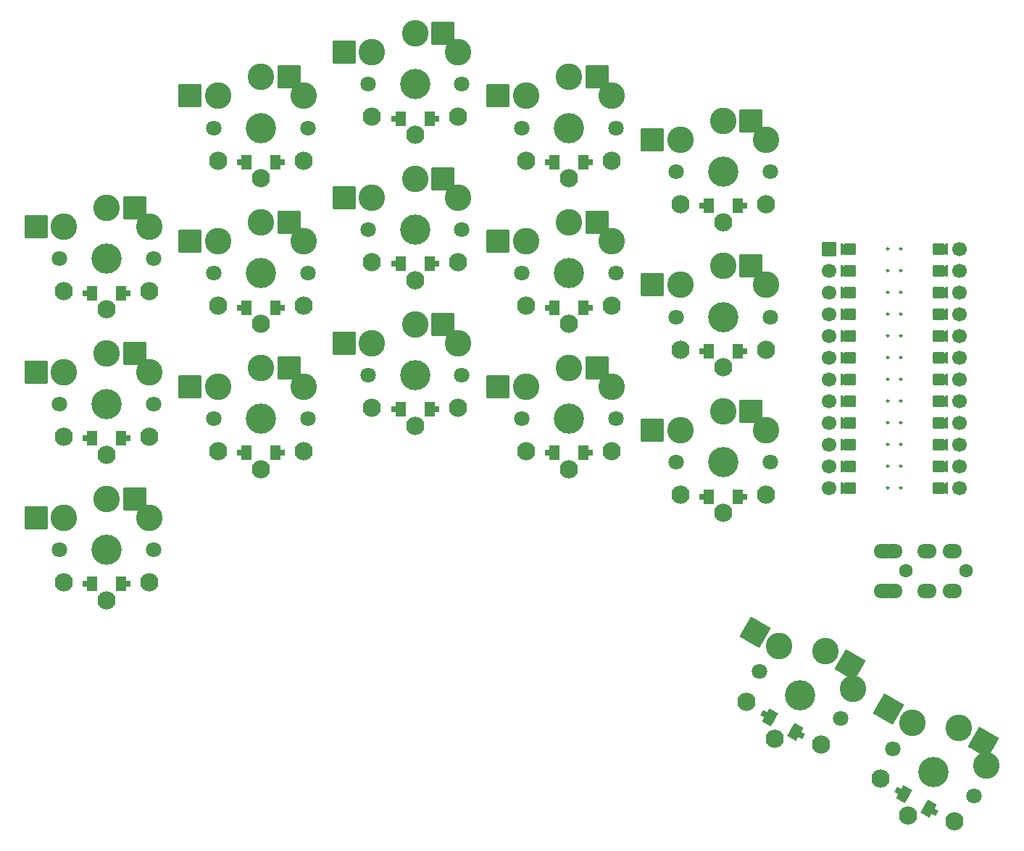
<source format=gbr>
%TF.GenerationSoftware,KiCad,Pcbnew,(6.0.6-1)-1*%
%TF.CreationDate,2022-07-25T21:02:30-05:00*%
%TF.ProjectId,smcboard,736d6362-6f61-4726-942e-6b696361645f,v1.0.0*%
%TF.SameCoordinates,Original*%
%TF.FileFunction,Soldermask,Top*%
%TF.FilePolarity,Negative*%
%FSLAX46Y46*%
G04 Gerber Fmt 4.6, Leading zero omitted, Abs format (unit mm)*
G04 Created by KiCad (PCBNEW (6.0.6-1)-1) date 2022-07-25 21:02:30*
%MOMM*%
%LPD*%
G01*
G04 APERTURE LIST*
G04 Aperture macros list*
%AMRoundRect*
0 Rectangle with rounded corners*
0 $1 Rounding radius*
0 $2 $3 $4 $5 $6 $7 $8 $9 X,Y pos of 4 corners*
0 Add a 4 corners polygon primitive as box body*
4,1,4,$2,$3,$4,$5,$6,$7,$8,$9,$2,$3,0*
0 Add four circle primitives for the rounded corners*
1,1,$1+$1,$2,$3*
1,1,$1+$1,$4,$5*
1,1,$1+$1,$6,$7*
1,1,$1+$1,$8,$9*
0 Add four rect primitives between the rounded corners*
20,1,$1+$1,$2,$3,$4,$5,0*
20,1,$1+$1,$4,$5,$6,$7,0*
20,1,$1+$1,$6,$7,$8,$9,0*
20,1,$1+$1,$8,$9,$2,$3,0*%
%AMFreePoly0*
4,1,39,0.819064,0.871723,0.819418,0.871577,0.846577,0.844418,0.846723,0.844064,0.850500,0.825000,0.850500,0.339437,0.860355,0.335355,0.875000,0.300000,0.875000,-0.300000,0.860355,-0.335355,0.850500,-0.339437,0.850500,-0.825000,0.846723,-0.844064,0.846577,-0.844418,0.819418,-0.871577,0.819064,-0.871723,0.800000,-0.875500,-0.290000,-0.875500,-0.309064,-0.871723,-0.309418,-0.871577,
-0.336577,-0.844418,-0.336723,-0.844064,-0.340500,-0.825000,-0.340500,-0.350000,-0.825000,-0.350000,-0.860355,-0.335355,-0.875000,-0.300000,-0.875000,0.300000,-0.860355,0.335355,-0.825000,0.350000,-0.340500,0.350000,-0.340500,0.825000,-0.336723,0.844064,-0.336577,0.844418,-0.309418,0.871577,-0.309064,0.871723,-0.290000,0.875500,0.800000,0.875500,0.819064,0.871723,0.819064,0.871723,
$1*%
%AMFreePoly1*
4,1,39,0.319064,0.871723,0.319418,0.871577,0.346577,0.844418,0.346723,0.844064,0.350500,0.825000,0.350500,0.350000,0.825000,0.350000,0.860355,0.335355,0.875000,0.300000,0.875000,-0.300000,0.860355,-0.335355,0.825000,-0.350000,0.350500,-0.350000,0.350500,-0.825000,0.346723,-0.844064,0.346577,-0.844418,0.319418,-0.871577,0.319064,-0.871723,0.300000,-0.875500,-0.800000,-0.875500,
-0.819064,-0.871723,-0.819418,-0.871577,-0.846577,-0.844418,-0.846723,-0.844064,-0.850500,-0.825000,-0.850500,-0.339437,-0.860355,-0.335355,-0.875000,-0.300000,-0.875000,0.300000,-0.860355,0.335355,-0.850500,0.339437,-0.850500,0.825000,-0.846723,0.844064,-0.846577,0.844418,-0.819418,0.871577,-0.819064,0.871723,-0.800000,0.875500,0.300000,0.875500,0.319064,0.871723,0.319064,0.871723,
$1*%
%AMFreePoly2*
4,1,14,0.635355,0.435355,0.650000,0.400000,0.650000,0.200000,0.635355,0.164645,0.035355,-0.435355,0.000000,-0.450000,-0.035355,-0.435355,-0.635355,0.164645,-0.650000,0.200000,-0.650000,0.400000,-0.635355,0.435355,-0.600000,0.450000,0.600000,0.450000,0.635355,0.435355,0.635355,0.435355,$1*%
%AMFreePoly3*
4,1,16,0.635355,1.035355,0.650000,1.000000,0.650000,-0.250000,0.635355,-0.285355,0.600000,-0.300000,-0.600000,-0.300000,-0.635355,-0.285355,-0.650000,-0.250000,-0.650000,1.000000,-0.635355,1.035355,-0.600000,1.050000,-0.564645,1.035355,0.000000,0.470710,0.564645,1.035355,0.600000,1.050000,0.635355,1.035355,0.635355,1.035355,$1*%
G04 Aperture macros list end*
%ADD10C,0.250000*%
%ADD11C,0.100000*%
%ADD12C,3.529000*%
%ADD13C,1.801800*%
%ADD14C,3.100000*%
%ADD15RoundRect,0.050000X-1.300000X-1.300000X1.300000X-1.300000X1.300000X1.300000X-1.300000X1.300000X0*%
%ADD16C,2.132000*%
%ADD17FreePoly0,0.000000*%
%ADD18FreePoly1,0.000000*%
%ADD19RoundRect,0.050000X-1.775833X-0.475833X0.475833X-1.775833X1.775833X0.475833X-0.475833X1.775833X0*%
%ADD20FreePoly0,330.000000*%
%ADD21FreePoly1,330.000000*%
%ADD22C,1.700000*%
%ADD23FreePoly2,90.000000*%
%ADD24FreePoly3,90.000000*%
%ADD25RoundRect,0.050000X-0.800000X0.800000X-0.800000X-0.800000X0.800000X-0.800000X0.800000X0.800000X0*%
%ADD26FreePoly3,270.000000*%
%ADD27FreePoly2,270.000000*%
%ADD28C,1.600000*%
%ADD29O,2.300000X1.700000*%
G04 APERTURE END LIST*
D10*
%TO.C,MCU1*%
X229924539Y-135266000D02*
G75*
G03*
X229924539Y-135266000I-125000J0D01*
G01*
X231448539Y-135266000D02*
G75*
G03*
X231448539Y-135266000I-125000J0D01*
G01*
X229924539Y-132726000D02*
G75*
G03*
X229924539Y-132726000I-125000J0D01*
G01*
X231448539Y-132726000D02*
G75*
G03*
X231448539Y-132726000I-125000J0D01*
G01*
X229924539Y-130186000D02*
G75*
G03*
X229924539Y-130186000I-125000J0D01*
G01*
X231448539Y-130186000D02*
G75*
G03*
X231448539Y-130186000I-125000J0D01*
G01*
X229924539Y-127646000D02*
G75*
G03*
X229924539Y-127646000I-125000J0D01*
G01*
X231448539Y-127646000D02*
G75*
G03*
X231448539Y-127646000I-125000J0D01*
G01*
X229924539Y-125106000D02*
G75*
G03*
X229924539Y-125106000I-125000J0D01*
G01*
X231448539Y-125106000D02*
G75*
G03*
X231448539Y-125106000I-125000J0D01*
G01*
X229924539Y-122566000D02*
G75*
G03*
X229924539Y-122566000I-125000J0D01*
G01*
X231448539Y-122566000D02*
G75*
G03*
X231448539Y-122566000I-125000J0D01*
G01*
X229924539Y-120026000D02*
G75*
G03*
X229924539Y-120026000I-125000J0D01*
G01*
X231448539Y-120026000D02*
G75*
G03*
X231448539Y-120026000I-125000J0D01*
G01*
X229924539Y-117486000D02*
G75*
G03*
X229924539Y-117486000I-125000J0D01*
G01*
X231448539Y-117486000D02*
G75*
G03*
X231448539Y-117486000I-125000J0D01*
G01*
X229924539Y-114946000D02*
G75*
G03*
X229924539Y-114946000I-125000J0D01*
G01*
X231448539Y-114946000D02*
G75*
G03*
X231448539Y-114946000I-125000J0D01*
G01*
X229924539Y-112406000D02*
G75*
G03*
X229924539Y-112406000I-125000J0D01*
G01*
X231448539Y-112406000D02*
G75*
G03*
X231448539Y-112406000I-125000J0D01*
G01*
X231448539Y-109866000D02*
G75*
G03*
X231448539Y-109866000I-125000J0D01*
G01*
X229924539Y-109866000D02*
G75*
G03*
X229924539Y-109866000I-125000J0D01*
G01*
X229924539Y-107326000D02*
G75*
G03*
X229924539Y-107326000I-125000J0D01*
G01*
X231448539Y-107326000D02*
G75*
G03*
X231448539Y-107326000I-125000J0D01*
G01*
G36*
X236657539Y-107834000D02*
G01*
X235641539Y-107834000D01*
X235641539Y-106818000D01*
X236657539Y-106818000D01*
X236657539Y-107834000D01*
G37*
D11*
X236657539Y-107834000D02*
X235641539Y-107834000D01*
X235641539Y-106818000D01*
X236657539Y-106818000D01*
X236657539Y-107834000D01*
G36*
X236657539Y-123074000D02*
G01*
X235641539Y-123074000D01*
X235641539Y-122058000D01*
X236657539Y-122058000D01*
X236657539Y-123074000D01*
G37*
X236657539Y-123074000D02*
X235641539Y-123074000D01*
X235641539Y-122058000D01*
X236657539Y-122058000D01*
X236657539Y-123074000D01*
G36*
X236657539Y-110374000D02*
G01*
X235641539Y-110374000D01*
X235641539Y-109358000D01*
X236657539Y-109358000D01*
X236657539Y-110374000D01*
G37*
X236657539Y-110374000D02*
X235641539Y-110374000D01*
X235641539Y-109358000D01*
X236657539Y-109358000D01*
X236657539Y-110374000D01*
G36*
X236657539Y-112914000D02*
G01*
X235641539Y-112914000D01*
X235641539Y-111898000D01*
X236657539Y-111898000D01*
X236657539Y-112914000D01*
G37*
X236657539Y-112914000D02*
X235641539Y-112914000D01*
X235641539Y-111898000D01*
X236657539Y-111898000D01*
X236657539Y-112914000D01*
G36*
X236657539Y-117994000D02*
G01*
X235641539Y-117994000D01*
X235641539Y-116978000D01*
X236657539Y-116978000D01*
X236657539Y-117994000D01*
G37*
X236657539Y-117994000D02*
X235641539Y-117994000D01*
X235641539Y-116978000D01*
X236657539Y-116978000D01*
X236657539Y-117994000D01*
G36*
X236657539Y-120534000D02*
G01*
X235641539Y-120534000D01*
X235641539Y-119518000D01*
X236657539Y-119518000D01*
X236657539Y-120534000D01*
G37*
X236657539Y-120534000D02*
X235641539Y-120534000D01*
X235641539Y-119518000D01*
X236657539Y-119518000D01*
X236657539Y-120534000D01*
G36*
X236657539Y-128154000D02*
G01*
X235641539Y-128154000D01*
X235641539Y-127138000D01*
X236657539Y-127138000D01*
X236657539Y-128154000D01*
G37*
X236657539Y-128154000D02*
X235641539Y-128154000D01*
X235641539Y-127138000D01*
X236657539Y-127138000D01*
X236657539Y-128154000D01*
G36*
X236657539Y-133234000D02*
G01*
X235641539Y-133234000D01*
X235641539Y-132218000D01*
X236657539Y-132218000D01*
X236657539Y-133234000D01*
G37*
X236657539Y-133234000D02*
X235641539Y-133234000D01*
X235641539Y-132218000D01*
X236657539Y-132218000D01*
X236657539Y-133234000D01*
G36*
X236657539Y-115454000D02*
G01*
X235641539Y-115454000D01*
X235641539Y-114438000D01*
X236657539Y-114438000D01*
X236657539Y-115454000D01*
G37*
X236657539Y-115454000D02*
X235641539Y-115454000D01*
X235641539Y-114438000D01*
X236657539Y-114438000D01*
X236657539Y-115454000D01*
G36*
X236657539Y-125614000D02*
G01*
X235641539Y-125614000D01*
X235641539Y-124598000D01*
X236657539Y-124598000D01*
X236657539Y-125614000D01*
G37*
X236657539Y-125614000D02*
X235641539Y-125614000D01*
X235641539Y-124598000D01*
X236657539Y-124598000D01*
X236657539Y-125614000D01*
G36*
X236657539Y-130694000D02*
G01*
X235641539Y-130694000D01*
X235641539Y-129678000D01*
X236657539Y-129678000D01*
X236657539Y-130694000D01*
G37*
X236657539Y-130694000D02*
X235641539Y-130694000D01*
X235641539Y-129678000D01*
X236657539Y-129678000D01*
X236657539Y-130694000D01*
G36*
X236657539Y-135774000D02*
G01*
X235641539Y-135774000D01*
X235641539Y-134758000D01*
X236657539Y-134758000D01*
X236657539Y-135774000D01*
G37*
X236657539Y-135774000D02*
X235641539Y-135774000D01*
X235641539Y-134758000D01*
X236657539Y-134758000D01*
X236657539Y-135774000D01*
G36*
X225481539Y-135774000D02*
G01*
X224465539Y-135774000D01*
X224465539Y-134758000D01*
X225481539Y-134758000D01*
X225481539Y-135774000D01*
G37*
X225481539Y-135774000D02*
X224465539Y-135774000D01*
X224465539Y-134758000D01*
X225481539Y-134758000D01*
X225481539Y-135774000D01*
G36*
X225481539Y-133234000D02*
G01*
X224465539Y-133234000D01*
X224465539Y-132218000D01*
X225481539Y-132218000D01*
X225481539Y-133234000D01*
G37*
X225481539Y-133234000D02*
X224465539Y-133234000D01*
X224465539Y-132218000D01*
X225481539Y-132218000D01*
X225481539Y-133234000D01*
G36*
X225481539Y-130694000D02*
G01*
X224465539Y-130694000D01*
X224465539Y-129678000D01*
X225481539Y-129678000D01*
X225481539Y-130694000D01*
G37*
X225481539Y-130694000D02*
X224465539Y-130694000D01*
X224465539Y-129678000D01*
X225481539Y-129678000D01*
X225481539Y-130694000D01*
G36*
X225481539Y-128154000D02*
G01*
X224465539Y-128154000D01*
X224465539Y-127138000D01*
X225481539Y-127138000D01*
X225481539Y-128154000D01*
G37*
X225481539Y-128154000D02*
X224465539Y-128154000D01*
X224465539Y-127138000D01*
X225481539Y-127138000D01*
X225481539Y-128154000D01*
G36*
X225481539Y-125614000D02*
G01*
X224465539Y-125614000D01*
X224465539Y-124598000D01*
X225481539Y-124598000D01*
X225481539Y-125614000D01*
G37*
X225481539Y-125614000D02*
X224465539Y-125614000D01*
X224465539Y-124598000D01*
X225481539Y-124598000D01*
X225481539Y-125614000D01*
G36*
X225481539Y-123074000D02*
G01*
X224465539Y-123074000D01*
X224465539Y-122058000D01*
X225481539Y-122058000D01*
X225481539Y-123074000D01*
G37*
X225481539Y-123074000D02*
X224465539Y-123074000D01*
X224465539Y-122058000D01*
X225481539Y-122058000D01*
X225481539Y-123074000D01*
G36*
X225481539Y-120534000D02*
G01*
X224465539Y-120534000D01*
X224465539Y-119518000D01*
X225481539Y-119518000D01*
X225481539Y-120534000D01*
G37*
X225481539Y-120534000D02*
X224465539Y-120534000D01*
X224465539Y-119518000D01*
X225481539Y-119518000D01*
X225481539Y-120534000D01*
G36*
X225481539Y-117994000D02*
G01*
X224465539Y-117994000D01*
X224465539Y-116978000D01*
X225481539Y-116978000D01*
X225481539Y-117994000D01*
G37*
X225481539Y-117994000D02*
X224465539Y-117994000D01*
X224465539Y-116978000D01*
X225481539Y-116978000D01*
X225481539Y-117994000D01*
G36*
X225481539Y-115454000D02*
G01*
X224465539Y-115454000D01*
X224465539Y-114438000D01*
X225481539Y-114438000D01*
X225481539Y-115454000D01*
G37*
X225481539Y-115454000D02*
X224465539Y-115454000D01*
X224465539Y-114438000D01*
X225481539Y-114438000D01*
X225481539Y-115454000D01*
G36*
X225481539Y-112914000D02*
G01*
X224465539Y-112914000D01*
X224465539Y-111898000D01*
X225481539Y-111898000D01*
X225481539Y-112914000D01*
G37*
X225481539Y-112914000D02*
X224465539Y-112914000D01*
X224465539Y-111898000D01*
X225481539Y-111898000D01*
X225481539Y-112914000D01*
G36*
X225481539Y-110374000D02*
G01*
X224465539Y-110374000D01*
X224465539Y-109358000D01*
X225481539Y-109358000D01*
X225481539Y-110374000D01*
G37*
X225481539Y-110374000D02*
X224465539Y-110374000D01*
X224465539Y-109358000D01*
X225481539Y-109358000D01*
X225481539Y-110374000D01*
G36*
X225481539Y-107834000D02*
G01*
X224465539Y-107834000D01*
X224465539Y-106818000D01*
X225481539Y-106818000D01*
X225481539Y-107834000D01*
G37*
X225481539Y-107834000D02*
X224465539Y-107834000D01*
X224465539Y-106818000D01*
X225481539Y-106818000D01*
X225481539Y-107834000D01*
%TD*%
D12*
%TO.C,S1*%
X138561539Y-142496000D03*
D13*
X144061539Y-142496000D03*
X133061539Y-142496000D03*
D14*
X143561539Y-138746000D03*
X138561539Y-136546000D03*
X133561539Y-138746000D03*
X138561539Y-136546000D03*
D15*
X141836539Y-136546000D03*
X130286539Y-138746000D03*
%TD*%
D12*
%TO.C,S2*%
X138561539Y-142496000D03*
D13*
X133061539Y-142496000D03*
X144061539Y-142496000D03*
D16*
X133561539Y-146296000D03*
X138561539Y-148396000D03*
X143561539Y-146296000D03*
X138561539Y-148396000D03*
%TD*%
D17*
%TO.C,D1*%
X136611539Y-146496000D03*
D18*
X140511539Y-146496000D03*
%TD*%
D12*
%TO.C,S3*%
X138561539Y-125496000D03*
D13*
X144061539Y-125496000D03*
X133061539Y-125496000D03*
D14*
X143561539Y-121746000D03*
X138561539Y-119546000D03*
X133561539Y-121746000D03*
X138561539Y-119546000D03*
D15*
X141836539Y-119546000D03*
X130286539Y-121746000D03*
%TD*%
D12*
%TO.C,S4*%
X138561539Y-125496000D03*
D13*
X133061539Y-125496000D03*
X144061539Y-125496000D03*
D16*
X133561539Y-129296000D03*
X138561539Y-131396000D03*
X143561539Y-129296000D03*
X138561539Y-131396000D03*
%TD*%
D17*
%TO.C,D2*%
X136611539Y-129496000D03*
D18*
X140511539Y-129496000D03*
%TD*%
D12*
%TO.C,S5*%
X138561539Y-108496000D03*
D13*
X144061539Y-108496000D03*
X133061539Y-108496000D03*
D14*
X143561539Y-104746000D03*
X138561539Y-102546000D03*
X133561539Y-104746000D03*
X138561539Y-102546000D03*
D15*
X141836539Y-102546000D03*
X130286539Y-104746000D03*
%TD*%
D12*
%TO.C,S6*%
X138561539Y-108496000D03*
D13*
X133061539Y-108496000D03*
X144061539Y-108496000D03*
D16*
X133561539Y-112296000D03*
X138561539Y-114396000D03*
X143561539Y-112296000D03*
X138561539Y-114396000D03*
%TD*%
D17*
%TO.C,D3*%
X136611539Y-112496000D03*
D18*
X140511539Y-112496000D03*
%TD*%
D12*
%TO.C,S7*%
X156561539Y-127196000D03*
D13*
X162061539Y-127196000D03*
X151061539Y-127196000D03*
D14*
X161561539Y-123446000D03*
X156561539Y-121246000D03*
X151561539Y-123446000D03*
X156561539Y-121246000D03*
D15*
X159836539Y-121246000D03*
X148286539Y-123446000D03*
%TD*%
D12*
%TO.C,S8*%
X156561539Y-127196000D03*
D13*
X151061539Y-127196000D03*
X162061539Y-127196000D03*
D16*
X151561539Y-130996000D03*
X156561539Y-133096000D03*
X161561539Y-130996000D03*
X156561539Y-133096000D03*
%TD*%
D17*
%TO.C,D4*%
X154611539Y-131196000D03*
D18*
X158511539Y-131196000D03*
%TD*%
D12*
%TO.C,S9*%
X156561539Y-110196000D03*
D13*
X162061539Y-110196000D03*
X151061539Y-110196000D03*
D14*
X161561539Y-106446000D03*
X156561539Y-104246000D03*
X151561539Y-106446000D03*
X156561539Y-104246000D03*
D15*
X159836539Y-104246000D03*
X148286539Y-106446000D03*
%TD*%
D12*
%TO.C,S10*%
X156561539Y-110196000D03*
D13*
X151061539Y-110196000D03*
X162061539Y-110196000D03*
D16*
X151561539Y-113996000D03*
X156561539Y-116096000D03*
X161561539Y-113996000D03*
X156561539Y-116096000D03*
%TD*%
D17*
%TO.C,D5*%
X154611539Y-114196000D03*
D18*
X158511539Y-114196000D03*
%TD*%
D12*
%TO.C,S11*%
X156561539Y-93196000D03*
D13*
X162061539Y-93196000D03*
X151061539Y-93196000D03*
D14*
X161561539Y-89446000D03*
X156561539Y-87246000D03*
X151561539Y-89446000D03*
X156561539Y-87246000D03*
D15*
X159836539Y-87246000D03*
X148286539Y-89446000D03*
%TD*%
D12*
%TO.C,S12*%
X156561539Y-93196000D03*
D13*
X151061539Y-93196000D03*
X162061539Y-93196000D03*
D16*
X151561539Y-96996000D03*
X156561539Y-99096000D03*
X161561539Y-96996000D03*
X156561539Y-99096000D03*
%TD*%
D17*
%TO.C,D6*%
X154611539Y-97196000D03*
D18*
X158511539Y-97196000D03*
%TD*%
D12*
%TO.C,S13*%
X174561539Y-122096000D03*
D13*
X180061539Y-122096000D03*
X169061539Y-122096000D03*
D14*
X179561539Y-118346000D03*
X174561539Y-116146000D03*
X169561539Y-118346000D03*
X174561539Y-116146000D03*
D15*
X177836539Y-116146000D03*
X166286539Y-118346000D03*
%TD*%
D12*
%TO.C,S14*%
X174561539Y-122096000D03*
D13*
X169061539Y-122096000D03*
X180061539Y-122096000D03*
D16*
X169561539Y-125896000D03*
X174561539Y-127996000D03*
X179561539Y-125896000D03*
X174561539Y-127996000D03*
%TD*%
D17*
%TO.C,D7*%
X172611539Y-126096000D03*
D18*
X176511539Y-126096000D03*
%TD*%
D12*
%TO.C,S15*%
X174561539Y-105096000D03*
D13*
X180061539Y-105096000D03*
X169061539Y-105096000D03*
D14*
X179561539Y-101346000D03*
X174561539Y-99146000D03*
X169561539Y-101346000D03*
X174561539Y-99146000D03*
D15*
X177836539Y-99146000D03*
X166286539Y-101346000D03*
%TD*%
D12*
%TO.C,S16*%
X174561539Y-105096000D03*
D13*
X169061539Y-105096000D03*
X180061539Y-105096000D03*
D16*
X169561539Y-108896000D03*
X174561539Y-110996000D03*
X179561539Y-108896000D03*
X174561539Y-110996000D03*
%TD*%
D17*
%TO.C,D8*%
X172611539Y-109096000D03*
D18*
X176511539Y-109096000D03*
%TD*%
D12*
%TO.C,S17*%
X174561539Y-88096000D03*
D13*
X180061539Y-88096000D03*
X169061539Y-88096000D03*
D14*
X179561539Y-84346000D03*
X174561539Y-82146000D03*
X169561539Y-84346000D03*
X174561539Y-82146000D03*
D15*
X177836539Y-82146000D03*
X166286539Y-84346000D03*
%TD*%
D12*
%TO.C,S18*%
X174561539Y-88096000D03*
D13*
X169061539Y-88096000D03*
X180061539Y-88096000D03*
D16*
X169561539Y-91896000D03*
X174561539Y-93996000D03*
X179561539Y-91896000D03*
X174561539Y-93996000D03*
%TD*%
D17*
%TO.C,D9*%
X172611539Y-92096000D03*
D18*
X176511539Y-92096000D03*
%TD*%
D12*
%TO.C,S19*%
X192561539Y-127196000D03*
D13*
X198061539Y-127196000D03*
X187061539Y-127196000D03*
D14*
X197561539Y-123446000D03*
X192561539Y-121246000D03*
X187561539Y-123446000D03*
X192561539Y-121246000D03*
D15*
X195836539Y-121246000D03*
X184286539Y-123446000D03*
%TD*%
D12*
%TO.C,S20*%
X192561539Y-127196000D03*
D13*
X187061539Y-127196000D03*
X198061539Y-127196000D03*
D16*
X187561539Y-130996000D03*
X192561539Y-133096000D03*
X197561539Y-130996000D03*
X192561539Y-133096000D03*
%TD*%
D17*
%TO.C,D10*%
X190611539Y-131196000D03*
D18*
X194511539Y-131196000D03*
%TD*%
D12*
%TO.C,S21*%
X192561539Y-110196000D03*
D13*
X198061539Y-110196000D03*
X187061539Y-110196000D03*
D14*
X197561539Y-106446000D03*
X192561539Y-104246000D03*
X187561539Y-106446000D03*
X192561539Y-104246000D03*
D15*
X195836539Y-104246000D03*
X184286539Y-106446000D03*
%TD*%
D12*
%TO.C,S22*%
X192561539Y-110196000D03*
D13*
X187061539Y-110196000D03*
X198061539Y-110196000D03*
D16*
X187561539Y-113996000D03*
X192561539Y-116096000D03*
X197561539Y-113996000D03*
X192561539Y-116096000D03*
%TD*%
D17*
%TO.C,D11*%
X190611539Y-114196000D03*
D18*
X194511539Y-114196000D03*
%TD*%
D12*
%TO.C,S23*%
X192561539Y-93196000D03*
D13*
X198061539Y-93196000D03*
X187061539Y-93196000D03*
D14*
X197561539Y-89446000D03*
X192561539Y-87246000D03*
X187561539Y-89446000D03*
X192561539Y-87246000D03*
D15*
X195836539Y-87246000D03*
X184286539Y-89446000D03*
%TD*%
D12*
%TO.C,S24*%
X192561539Y-93196000D03*
D13*
X187061539Y-93196000D03*
X198061539Y-93196000D03*
D16*
X187561539Y-96996000D03*
X192561539Y-99096000D03*
X197561539Y-96996000D03*
X192561539Y-99096000D03*
%TD*%
D17*
%TO.C,D12*%
X190611539Y-97196000D03*
D18*
X194511539Y-97196000D03*
%TD*%
D12*
%TO.C,S25*%
X210561539Y-132296000D03*
D13*
X216061539Y-132296000D03*
X205061539Y-132296000D03*
D14*
X215561539Y-128546000D03*
X210561539Y-126346000D03*
X205561539Y-128546000D03*
X210561539Y-126346000D03*
D15*
X213836539Y-126346000D03*
X202286539Y-128546000D03*
%TD*%
D12*
%TO.C,S26*%
X210561539Y-132296000D03*
D13*
X205061539Y-132296000D03*
X216061539Y-132296000D03*
D16*
X205561539Y-136096000D03*
X210561539Y-138196000D03*
X215561539Y-136096000D03*
X210561539Y-138196000D03*
%TD*%
D17*
%TO.C,D13*%
X208611539Y-136296000D03*
D18*
X212511539Y-136296000D03*
%TD*%
D12*
%TO.C,S27*%
X210561539Y-115296000D03*
D13*
X216061539Y-115296000D03*
X205061539Y-115296000D03*
D14*
X215561539Y-111546000D03*
X210561539Y-109346000D03*
X205561539Y-111546000D03*
X210561539Y-109346000D03*
D15*
X213836539Y-109346000D03*
X202286539Y-111546000D03*
%TD*%
D12*
%TO.C,S28*%
X210561539Y-115296000D03*
D13*
X205061539Y-115296000D03*
X216061539Y-115296000D03*
D16*
X205561539Y-119096000D03*
X210561539Y-121196000D03*
X215561539Y-119096000D03*
X210561539Y-121196000D03*
%TD*%
D17*
%TO.C,D14*%
X208611539Y-119296000D03*
D18*
X212511539Y-119296000D03*
%TD*%
D12*
%TO.C,S29*%
X210561539Y-98296000D03*
D13*
X216061539Y-98296000D03*
X205061539Y-98296000D03*
D14*
X215561539Y-94546000D03*
X210561539Y-92346000D03*
X205561539Y-94546000D03*
X210561539Y-92346000D03*
D15*
X213836539Y-92346000D03*
X202286539Y-94546000D03*
%TD*%
D12*
%TO.C,S30*%
X210561539Y-98296000D03*
D13*
X205061539Y-98296000D03*
X216061539Y-98296000D03*
D16*
X205561539Y-102096000D03*
X210561539Y-104196000D03*
X215561539Y-102096000D03*
X210561539Y-104196000D03*
%TD*%
D17*
%TO.C,D15*%
X208611539Y-102296000D03*
D18*
X212511539Y-102296000D03*
%TD*%
D12*
%TO.C,S31*%
X219561539Y-159496000D03*
D13*
X224324679Y-162246000D03*
X214798399Y-156746000D03*
D14*
X225766666Y-158748405D03*
X222536539Y-154343149D03*
X217106412Y-153748405D03*
X222536539Y-154343149D03*
D19*
X225372772Y-155980649D03*
X214270179Y-152110905D03*
%TD*%
D12*
%TO.C,S32*%
X219561539Y-159496000D03*
D13*
X214798399Y-156746000D03*
X224324679Y-162246000D03*
D16*
X213331412Y-160286897D03*
X216611539Y-164605550D03*
X221991666Y-165286897D03*
X216611539Y-164605550D03*
%TD*%
D20*
%TO.C,D16*%
X215872789Y-161985102D03*
D21*
X219250289Y-163935102D03*
%TD*%
D12*
%TO.C,S33*%
X235149996Y-168496000D03*
D13*
X239913136Y-171246000D03*
X230386856Y-165746000D03*
D14*
X241355123Y-167748405D03*
X238124996Y-163343149D03*
X232694869Y-162748405D03*
X238124996Y-163343149D03*
D19*
X240961229Y-164980649D03*
X229858636Y-161110905D03*
%TD*%
D12*
%TO.C,S34*%
X235149996Y-168496000D03*
D13*
X230386856Y-165746000D03*
X239913136Y-171246000D03*
D16*
X228919869Y-169286897D03*
X232199996Y-173605550D03*
X237580123Y-174286897D03*
X232199996Y-173605550D03*
%TD*%
D20*
%TO.C,D17*%
X231461246Y-170985102D03*
D21*
X234838746Y-172935102D03*
%TD*%
D22*
%TO.C,MCU1*%
X222941539Y-107326000D03*
X222941539Y-109866000D03*
X222941539Y-112406000D03*
X222941539Y-114946000D03*
X222941539Y-117486000D03*
X222941539Y-120026000D03*
X222941539Y-122566000D03*
X222941539Y-125106000D03*
X222941539Y-127646000D03*
X222941539Y-130186000D03*
X222941539Y-132726000D03*
X222941539Y-135266000D03*
X238181539Y-135266000D03*
X238181539Y-132726000D03*
X238181539Y-130186000D03*
X238181539Y-127646000D03*
X238181539Y-125106000D03*
X238181539Y-122566000D03*
X238181539Y-120026000D03*
X238181539Y-117486000D03*
X238181539Y-114946000D03*
X238181539Y-112406000D03*
X238181539Y-109866000D03*
X238181539Y-107326000D03*
D23*
X224719539Y-107326000D03*
D24*
X225735539Y-107326000D03*
D25*
X222941539Y-107326000D03*
D23*
X224719539Y-109866000D03*
D24*
X225735539Y-109866000D03*
D23*
X224719539Y-112406000D03*
D24*
X225735539Y-112406000D03*
D23*
X224719539Y-114946000D03*
D24*
X225735539Y-114946000D03*
D23*
X224719539Y-117486000D03*
D24*
X225735539Y-117486000D03*
D23*
X224719539Y-120026000D03*
D24*
X225735539Y-120026000D03*
D23*
X224719539Y-122566000D03*
D24*
X225735539Y-122566000D03*
D23*
X224719539Y-125106000D03*
D24*
X225735539Y-125106000D03*
D23*
X224719539Y-127646000D03*
D24*
X225735539Y-127646000D03*
D23*
X224719539Y-130186000D03*
D24*
X225735539Y-130186000D03*
D23*
X224719539Y-132726000D03*
D24*
X225735539Y-132726000D03*
D23*
X224719539Y-135266000D03*
D24*
X225735539Y-135266000D03*
D26*
X235387539Y-107326000D03*
X235387539Y-112406000D03*
D27*
X236403539Y-112406000D03*
X236403539Y-107326000D03*
D26*
X235387539Y-109866000D03*
X235387539Y-114946000D03*
D27*
X236403539Y-109866000D03*
X236403539Y-114946000D03*
D26*
X235387539Y-120026000D03*
X235387539Y-122566000D03*
D27*
X236403539Y-122566000D03*
D26*
X235387539Y-125106000D03*
X235387539Y-135266000D03*
D27*
X236403539Y-125106000D03*
X236403539Y-135266000D03*
D26*
X235387539Y-127646000D03*
D27*
X236403539Y-117486000D03*
X236403539Y-120026000D03*
X236403539Y-127646000D03*
D26*
X235387539Y-130186000D03*
D27*
X236403539Y-130186000D03*
X236403539Y-132726000D03*
D26*
X235387539Y-132726000D03*
X235387539Y-117486000D03*
%TD*%
D28*
%TO.C,REF\u002A\u002A*%
X231961539Y-144996000D03*
X238961539Y-144996000D03*
D29*
X229261539Y-147296000D03*
X230361539Y-142696000D03*
X234361539Y-142696000D03*
X237361539Y-142696000D03*
X229261539Y-142696000D03*
X230361539Y-147296000D03*
X234361539Y-147296000D03*
X237361539Y-147296000D03*
%TD*%
M02*

</source>
